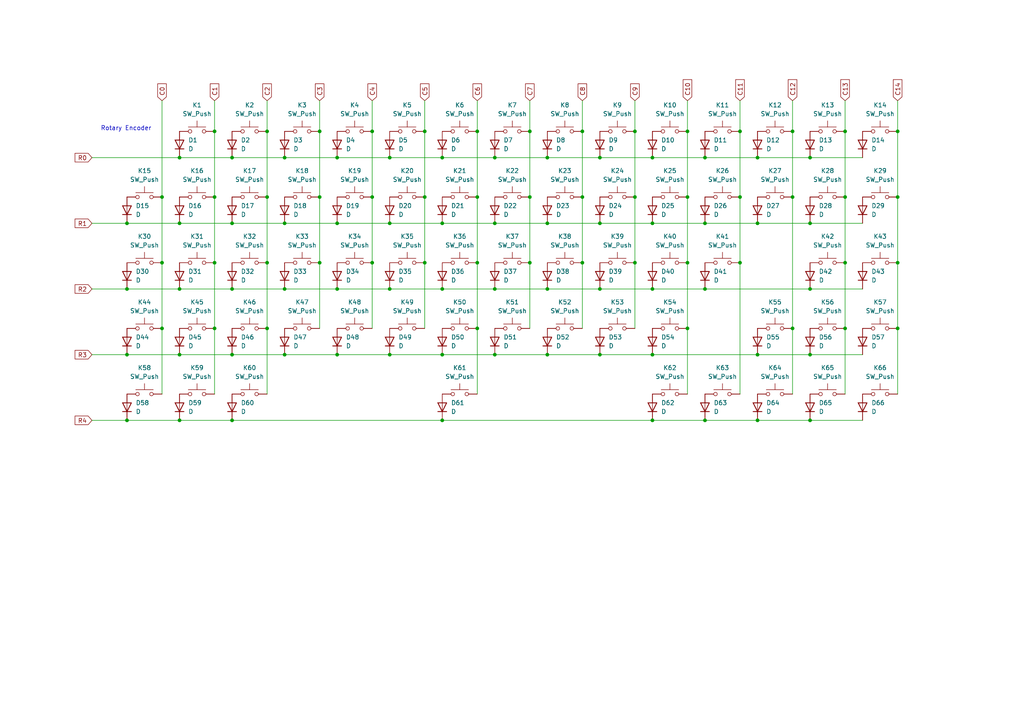
<source format=kicad_sch>
(kicad_sch (version 20231120) (generator "eeschema") (generator_version "8.0")
  (paper "A4")
  (lib_symbols
    (symbol "Device:D" (pin_numbers hide) (pin_names (offset 1.016) hide)
      (property "Reference" "D" (at 0 2.54 0))
      (property "Value" "D" (at 0 -2.54 0))
      (symbol "D_0_1"
        (polyline (pts (xy -1.27 1.27) (xy -1.27 -1.27)) (stroke (width 0.254)))
        (polyline (pts (xy 1.27 0) (xy -1.27 0)))
        (polyline (pts (xy 1.27 1.27) (xy 1.27 -1.27) (xy -1.27 0) (xy 1.27 1.27)) (stroke (width 0.254)))
      )
      (symbol "D_1_1"
        (pin passive line (at -3.81 0 0) (length 2.54) (name "K") (number "1"))
        (pin passive line (at 3.81 0 180) (length 2.54) (name "A") (number "2"))
      )
    )
    (symbol "Switch:SW_Push" (pin_numbers hide) (pin_names (offset 1.016) hide)
      (property "Reference" "SW" (at 1.27 2.54 0))
      (property "Value" "SW_Push" (at 0 -1.524 0))
      (symbol "SW_Push_0_1"
        (circle (center -2.032 0) (radius 0.508))
        (polyline (pts (xy 0 1.27) (xy 0 3.048)))
        (polyline (pts (xy 2.54 1.27) (xy -2.54 1.27)))
        (circle (center 2.032 0) (radius 0.508))
        (pin passive line (at -5.08 0 0) (length 2.54) (name "1") (number "1"))
        (pin passive line (at 5.08 0 180) (length 2.54) (name "2") (number "2"))
      )
    )
  )
  (junction (at 234.95 102.87))
  (junction (at 245.11 76.2))
  (junction (at 219.71 121.92))
  (junction (at 107.95 38.1))
  (junction (at 143.51 45.72))
  (junction (at 260.35 38.1))
  (junction (at 123.19 38.1))
  (junction (at 214.63 38.1))
  (junction (at 245.11 38.1))
  (junction (at 82.55 102.87))
  (junction (at 260.35 76.2))
  (junction (at 204.47 83.82))
  (junction (at 158.75 83.82))
  (junction (at 123.19 76.2))
  (junction (at 168.91 38.1))
  (junction (at 128.27 83.82))
  (junction (at 36.83 64.77))
  (junction (at 143.51 102.87))
  (junction (at 82.55 64.77))
  (junction (at 234.95 83.82))
  (junction (at 173.99 45.72))
  (junction (at 77.47 57.15))
  (junction (at 189.23 83.82))
  (junction (at 199.39 95.25))
  (junction (at 229.87 95.25))
  (junction (at 138.43 95.25))
  (junction (at 245.11 95.25))
  (junction (at 62.23 57.15))
  (junction (at 153.67 57.15))
  (junction (at 184.15 57.15))
  (junction (at 189.23 102.87))
  (junction (at 46.99 57.15))
  (junction (at 234.95 45.72))
  (junction (at 36.83 102.87))
  (junction (at 184.15 38.1))
  (junction (at 260.35 57.15))
  (junction (at 138.43 57.15))
  (junction (at 158.75 102.87))
  (junction (at 234.95 121.92))
  (junction (at 234.95 64.77))
  (junction (at 97.79 45.72))
  (junction (at 143.51 83.82))
  (junction (at 92.71 76.2))
  (junction (at 143.51 64.77))
  (junction (at 62.23 38.1))
  (junction (at 204.47 64.77))
  (junction (at 128.27 102.87))
  (junction (at 97.79 64.77))
  (junction (at 113.03 45.72))
  (junction (at 128.27 45.72))
  (junction (at 158.75 45.72))
  (junction (at 67.31 102.87))
  (junction (at 168.91 57.15))
  (junction (at 128.27 64.77))
  (junction (at 77.47 38.1))
  (junction (at 219.71 45.72))
  (junction (at 62.23 76.2))
  (junction (at 173.99 83.82))
  (junction (at 199.39 57.15))
  (junction (at 173.99 64.77))
  (junction (at 229.87 38.1))
  (junction (at 52.07 102.87))
  (junction (at 77.47 76.2))
  (junction (at 123.19 57.15))
  (junction (at 260.35 95.25))
  (junction (at 67.31 83.82))
  (junction (at 52.07 45.72))
  (junction (at 62.23 95.25))
  (junction (at 219.71 102.87))
  (junction (at 92.71 38.1))
  (junction (at 153.67 76.2))
  (junction (at 173.99 102.87))
  (junction (at 113.03 102.87))
  (junction (at 168.91 76.2))
  (junction (at 214.63 76.2))
  (junction (at 82.55 45.72))
  (junction (at 138.43 38.1))
  (junction (at 138.43 76.2))
  (junction (at 107.95 57.15))
  (junction (at 184.15 76.2))
  (junction (at 67.31 121.92))
  (junction (at 113.03 83.82))
  (junction (at 199.39 76.2))
  (junction (at 113.03 64.77))
  (junction (at 189.23 64.77))
  (junction (at 52.07 83.82))
  (junction (at 158.75 64.77))
  (junction (at 229.87 57.15))
  (junction (at 67.31 45.72))
  (junction (at 189.23 45.72))
  (junction (at 36.83 121.92))
  (junction (at 107.95 76.2))
  (junction (at 52.07 64.77))
  (junction (at 77.47 95.25))
  (junction (at 46.99 76.2))
  (junction (at 52.07 121.92))
  (junction (at 189.23 121.92))
  (junction (at 67.31 64.77))
  (junction (at 199.39 38.1))
  (junction (at 97.79 83.82))
  (junction (at 82.55 83.82))
  (junction (at 97.79 102.87))
  (junction (at 46.99 95.25))
  (junction (at 204.47 121.92))
  (junction (at 245.11 57.15))
  (junction (at 214.63 57.15))
  (junction (at 204.47 45.72))
  (junction (at 36.83 83.82))
  (junction (at 153.67 38.1))
  (junction (at 219.71 64.77))
  (junction (at 128.27 121.92))
  (junction (at 92.71 57.15))
  (wire (pts (xy 234.95 121.92) (xy 250.19 121.92)))
  (wire (pts (xy 36.83 121.92) (xy 52.07 121.92)))
  (wire (pts (xy 128.27 83.82) (xy 143.51 83.82)))
  (wire (pts (xy 143.51 45.72) (xy 158.75 45.72)))
  (wire (pts (xy 26.67 83.82) (xy 36.83 83.82)))
  (wire (pts (xy 107.95 29.21) (xy 107.95 38.1)))
  (wire (pts (xy 173.99 83.82) (xy 189.23 83.82)))
  (wire (pts (xy 138.43 76.2) (xy 138.43 95.25)))
  (wire (pts (xy 107.95 38.1) (xy 107.95 57.15)))
  (wire (pts (xy 219.71 102.87) (xy 234.95 102.87)))
  (wire (pts (xy 189.23 121.92) (xy 204.47 121.92)))
  (wire (pts (xy 62.23 57.15) (xy 62.23 76.2)))
  (wire (pts (xy 138.43 57.15) (xy 138.43 76.2)))
  (wire (pts (xy 52.07 64.77) (xy 67.31 64.77)))
  (wire (pts (xy 123.19 76.2) (xy 123.19 95.25)))
  (wire (pts (xy 158.75 45.72) (xy 173.99 45.72)))
  (wire (pts (xy 113.03 45.72) (xy 128.27 45.72)))
  (wire (pts (xy 52.07 121.92) (xy 67.31 121.92)))
  (wire (pts (xy 234.95 102.87) (xy 250.19 102.87)))
  (wire (pts (xy 234.95 45.72) (xy 250.19 45.72)))
  (wire (pts (xy 219.71 64.77) (xy 234.95 64.77)))
  (wire (pts (xy 199.39 95.25) (xy 199.39 114.3)))
  (wire (pts (xy 158.75 83.82) (xy 173.99 83.82)))
  (wire (pts (xy 229.87 95.25) (xy 229.87 114.3)))
  (wire (pts (xy 82.55 45.72) (xy 97.79 45.72)))
  (wire (pts (xy 138.43 95.25) (xy 138.43 114.3)))
  (wire (pts (xy 168.91 57.15) (xy 168.91 76.2)))
  (wire (pts (xy 199.39 29.21) (xy 199.39 38.1)))
  (wire (pts (xy 36.83 102.87) (xy 52.07 102.87)))
  (wire (pts (xy 260.35 95.25) (xy 260.35 114.3)))
  (wire (pts (xy 158.75 102.87) (xy 173.99 102.87)))
  (wire (pts (xy 153.67 38.1) (xy 153.67 57.15)))
  (wire (pts (xy 97.79 64.77) (xy 113.03 64.77)))
  (wire (pts (xy 138.43 38.1) (xy 138.43 57.15)))
  (wire (pts (xy 204.47 83.82) (xy 234.95 83.82)))
  (wire (pts (xy 260.35 57.15) (xy 260.35 76.2)))
  (wire (pts (xy 173.99 102.87) (xy 189.23 102.87)))
  (wire (pts (xy 123.19 38.1) (xy 123.19 57.15)))
  (wire (pts (xy 107.95 76.2) (xy 107.95 95.25)))
  (wire (pts (xy 189.23 64.77) (xy 204.47 64.77)))
  (wire (pts (xy 153.67 76.2) (xy 153.67 95.25)))
  (wire (pts (xy 26.67 45.72) (xy 52.07 45.72)))
  (wire (pts (xy 52.07 45.72) (xy 67.31 45.72)))
  (wire (pts (xy 153.67 29.21) (xy 153.67 38.1)))
  (wire (pts (xy 219.71 121.92) (xy 234.95 121.92)))
  (wire (pts (xy 26.67 64.77) (xy 36.83 64.77)))
  (wire (pts (xy 77.47 95.25) (xy 77.47 114.3)))
  (wire (pts (xy 77.47 57.15) (xy 77.47 76.2)))
  (wire (pts (xy 189.23 83.82) (xy 204.47 83.82)))
  (wire (pts (xy 82.55 64.77) (xy 97.79 64.77)))
  (wire (pts (xy 184.15 57.15) (xy 184.15 76.2)))
  (wire (pts (xy 113.03 102.87) (xy 128.27 102.87)))
  (wire (pts (xy 143.51 83.82) (xy 158.75 83.82)))
  (wire (pts (xy 62.23 38.1) (xy 62.23 57.15)))
  (wire (pts (xy 77.47 38.1) (xy 77.47 57.15)))
  (wire (pts (xy 234.95 83.82) (xy 250.19 83.82)))
  (wire (pts (xy 123.19 29.21) (xy 123.19 38.1)))
  (wire (pts (xy 199.39 38.1) (xy 199.39 57.15)))
  (wire (pts (xy 260.35 76.2) (xy 260.35 95.25)))
  (wire (pts (xy 173.99 64.77) (xy 189.23 64.77)))
  (wire (pts (xy 77.47 76.2) (xy 77.47 95.25)))
  (wire (pts (xy 229.87 38.1) (xy 229.87 57.15)))
  (wire (pts (xy 26.67 121.92) (xy 36.83 121.92)))
  (wire (pts (xy 77.47 29.21) (xy 77.47 38.1)))
  (wire (pts (xy 82.55 83.82) (xy 97.79 83.82)))
  (wire (pts (xy 260.35 38.1) (xy 260.35 57.15)))
  (wire (pts (xy 92.71 57.15) (xy 92.71 76.2)))
  (wire (pts (xy 67.31 102.87) (xy 82.55 102.87)))
  (wire (pts (xy 36.83 64.77) (xy 52.07 64.77)))
  (wire (pts (xy 62.23 29.21) (xy 62.23 38.1)))
  (wire (pts (xy 245.11 29.21) (xy 245.11 38.1)))
  (wire (pts (xy 189.23 102.87) (xy 219.71 102.87)))
  (wire (pts (xy 245.11 57.15) (xy 245.11 76.2)))
  (wire (pts (xy 128.27 45.72) (xy 143.51 45.72)))
  (wire (pts (xy 62.23 95.25) (xy 62.23 114.3)))
  (wire (pts (xy 92.71 38.1) (xy 92.71 57.15)))
  (wire (pts (xy 92.71 76.2) (xy 92.71 95.25)))
  (wire (pts (xy 113.03 64.77) (xy 128.27 64.77)))
  (wire (pts (xy 46.99 57.15) (xy 46.99 76.2)))
  (wire (pts (xy 128.27 102.87) (xy 143.51 102.87)))
  (wire (pts (xy 158.75 64.77) (xy 173.99 64.77)))
  (wire (pts (xy 36.83 83.82) (xy 52.07 83.82)))
  (wire (pts (xy 46.99 95.25) (xy 46.99 114.3)))
  (wire (pts (xy 214.63 29.21) (xy 214.63 38.1)))
  (wire (pts (xy 219.71 45.72) (xy 234.95 45.72)))
  (wire (pts (xy 82.55 102.87) (xy 97.79 102.87)))
  (wire (pts (xy 26.67 102.87) (xy 36.83 102.87)))
  (wire (pts (xy 168.91 38.1) (xy 168.91 57.15)))
  (wire (pts (xy 245.11 76.2) (xy 245.11 95.25)))
  (wire (pts (xy 46.99 29.21) (xy 46.99 57.15)))
  (wire (pts (xy 128.27 64.77) (xy 143.51 64.77)))
  (wire (pts (xy 52.07 102.87) (xy 67.31 102.87)))
  (wire (pts (xy 204.47 45.72) (xy 219.71 45.72)))
  (wire (pts (xy 67.31 45.72) (xy 82.55 45.72)))
  (wire (pts (xy 229.87 57.15) (xy 229.87 95.25)))
  (wire (pts (xy 143.51 64.77) (xy 158.75 64.77)))
  (wire (pts (xy 113.03 83.82) (xy 128.27 83.82)))
  (wire (pts (xy 107.95 57.15) (xy 107.95 76.2)))
  (wire (pts (xy 234.95 64.77) (xy 250.19 64.77)))
  (wire (pts (xy 143.51 102.87) (xy 158.75 102.87)))
  (wire (pts (xy 204.47 121.92) (xy 219.71 121.92)))
  (wire (pts (xy 46.99 76.2) (xy 46.99 95.25)))
  (wire (pts (xy 97.79 102.87) (xy 113.03 102.87)))
  (wire (pts (xy 199.39 57.15) (xy 199.39 76.2)))
  (wire (pts (xy 184.15 29.21) (xy 184.15 38.1)))
  (wire (pts (xy 52.07 83.82) (xy 67.31 83.82)))
  (wire (pts (xy 214.63 76.2) (xy 214.63 114.3)))
  (wire (pts (xy 153.67 57.15) (xy 153.67 76.2)))
  (wire (pts (xy 214.63 38.1) (xy 214.63 57.15)))
  (wire (pts (xy 168.91 29.21) (xy 168.91 38.1)))
  (wire (pts (xy 229.87 29.21) (xy 229.87 38.1)))
  (wire (pts (xy 128.27 121.92) (xy 189.23 121.92)))
  (wire (pts (xy 199.39 76.2) (xy 199.39 95.25)))
  (wire (pts (xy 67.31 83.82) (xy 82.55 83.82)))
  (wire (pts (xy 245.11 95.25) (xy 245.11 114.3)))
  (wire (pts (xy 92.71 29.21) (xy 92.71 38.1)))
  (wire (pts (xy 67.31 121.92) (xy 128.27 121.92)))
  (wire (pts (xy 245.11 38.1) (xy 245.11 57.15)))
  (wire (pts (xy 189.23 45.72) (xy 204.47 45.72)))
  (wire (pts (xy 138.43 29.21) (xy 138.43 38.1)))
  (wire (pts (xy 260.35 29.21) (xy 260.35 38.1)))
  (wire (pts (xy 204.47 64.77) (xy 219.71 64.77)))
  (wire (pts (xy 184.15 76.2) (xy 184.15 95.25)))
  (wire (pts (xy 214.63 57.15) (xy 214.63 76.2)))
  (wire (pts (xy 173.99 45.72) (xy 189.23 45.72)))
  (wire (pts (xy 168.91 76.2) (xy 168.91 95.25)))
  (wire (pts (xy 97.79 83.82) (xy 113.03 83.82)))
  (wire (pts (xy 62.23 76.2) (xy 62.23 95.25)))
  (wire (pts (xy 97.79 45.72) (xy 113.03 45.72)))
  (wire (pts (xy 67.31 64.77) (xy 82.55 64.77)))
  (wire (pts (xy 184.15 38.1) (xy 184.15 57.15)))
  (wire (pts (xy 123.19 57.15) (xy 123.19 76.2)))
  (text "Rotary Encoder" (exclude_from_sim yes) (at 36.576 37.338 0) (effects (font (size 1.27 1.27))))
  (global_label "C6" (shape input) (at 138.43 29.21 90) (property "Intersheetrefs" "${INTERSHEET_REFS}" (effects (hide yes))))
  (global_label "R0" (shape input) (at 26.67 45.72 180) (property "Intersheetrefs" "${INTERSHEET_REFS}" (effects (hide yes))))
  (global_label "C14" (shape input) (at 260.35 29.21 90) (property "Intersheetrefs" "${INTERSHEET_REFS}" (effects (hide yes))))
  (global_label "R4" (shape input) (at 26.67 121.92 180) (property "Intersheetrefs" "${INTERSHEET_REFS}" (effects (hide yes))))
  (global_label "C0" (shape input) (at 46.99 29.21 90) (property "Intersheetrefs" "${INTERSHEET_REFS}" (effects (hide yes))))
  (global_label "C4" (shape input) (at 107.95 29.21 90) (property "Intersheetrefs" "${INTERSHEET_REFS}" (effects (hide yes))))
  (global_label "C1" (shape input) (at 62.23 29.21 90) (property "Intersheetrefs" "${INTERSHEET_REFS}" (effects (hide yes))))
  (global_label "C2" (shape input) (at 77.47 29.21 90) (property "Intersheetrefs" "${INTERSHEET_REFS}" (effects (hide yes))))
  (global_label "C9" (shape input) (at 184.15 29.21 90) (property "Intersheetrefs" "${INTERSHEET_REFS}" (effects (hide yes))))
  (global_label "C3" (shape input) (at 92.71 29.21 90) (property "Intersheetrefs" "${INTERSHEET_REFS}" (effects (hide yes))))
  (global_label "C13" (shape input) (at 245.11 29.21 90) (property "Intersheetrefs" "${INTERSHEET_REFS}" (effects (hide yes))))
  (global_label "C10" (shape input) (at 199.39 29.21 90) (property "Intersheetrefs" "${INTERSHEET_REFS}" (effects (hide yes))))
  (global_label "C8" (shape input) (at 168.91 29.21 90) (property "Intersheetrefs" "${INTERSHEET_REFS}" (effects (hide yes))))
  (global_label "C12" (shape input) (at 229.87 29.21 90) (property "Intersheetrefs" "${INTERSHEET_REFS}" (effects (hide yes))))
  (global_label "C11" (shape input) (at 214.63 29.21 90) (property "Intersheetrefs" "${INTERSHEET_REFS}" (effects (hide yes))))
  (global_label "C5" (shape input) (at 123.19 29.21 90) (property "Intersheetrefs" "${INTERSHEET_REFS}" (effects (hide yes))))
  (global_label "R2" (shape input) (at 26.67 83.82 180) (property "Intersheetrefs" "${INTERSHEET_REFS}" (effects (hide yes))))
  (global_label "C7" (shape input) (at 153.67 29.21 90) (property "Intersheetrefs" "${INTERSHEET_REFS}" (effects (hide yes))))
  (global_label "R3" (shape input) (at 26.67 102.87 180) (property "Intersheetrefs" "${INTERSHEET_REFS}" (effects (hide yes))))
  (global_label "R1" (shape input) (at 26.67 64.77 180) (property "Intersheetrefs" "${INTERSHEET_REFS}" (effects (hide yes))))
  (symbol (lib_id "Switch:SW_Push") (at 148.59 38.1 0) (unit 1)
    (property "Reference" "K7" (at 148.59 30.48 0))
    (property "Value" "SW_Push" (at 148.59 33.02 0))
    (property "Description" "Push button switch, generic, two pins" (effects (hide yes)))
  )
  (symbol (lib_id "Device:D") (at 36.83 60.96 90) (unit 1)
    (property "Reference" "D15" (at 39.37 59.6899 90) (effects (justify right)))
    (property "Value" "D" (at 39.37 62.2299 90) (effects (justify right)))
    (property "Description" "Diode" (effects (hide yes)))
    (property "Sim.Device" "D" (effects (hide yes)))
    (property "Sim.Pins" "1=K 2=A" (effects (hide yes)))
  )
  (symbol (lib_id "Device:D") (at 113.03 60.96 90) (unit 1)
    (property "Reference" "D20" (at 115.57 59.6899 90) (effects (justify right)))
    (property "Value" "D" (at 115.57 62.2299 90) (effects (justify right)))
    (property "Description" "Diode" (effects (hide yes)))
    (property "Sim.Device" "D" (effects (hide yes)))
    (property "Sim.Pins" "1=K 2=A" (effects (hide yes)))
  )
  (symbol (lib_id "Switch:SW_Push") (at 240.03 95.25 0) (unit 1)
    (property "Reference" "K56" (at 240.03 87.63 0))
    (property "Value" "SW_Push" (at 240.03 90.17 0))
    (property "Description" "Push button switch, generic, two pins" (effects (hide yes)))
  )
  (symbol (lib_id "Switch:SW_Push") (at 41.91 57.15 0) (unit 1)
    (property "Reference" "K15" (at 41.91 49.53 0))
    (property "Value" "SW_Push" (at 41.91 52.07 0))
    (property "Description" "Push button switch, generic, two pins" (effects (hide yes)))
  )
  (symbol (lib_id "Switch:SW_Push") (at 57.15 57.15 0) (unit 1)
    (property "Reference" "K16" (at 57.15 49.53 0))
    (property "Value" "SW_Push" (at 57.15 52.07 0))
    (property "Description" "Push button switch, generic, two pins" (effects (hide yes)))
  )
  (symbol (lib_id "Switch:SW_Push") (at 224.79 114.3 0) (unit 1)
    (property "Reference" "K64" (at 224.79 106.68 0))
    (property "Value" "SW_Push" (at 224.79 109.22 0))
    (property "Description" "Push button switch, generic, two pins" (effects (hide yes)))
  )
  (symbol (lib_id "Switch:SW_Push") (at 148.59 76.2 0) (unit 1)
    (property "Reference" "K37" (at 148.59 68.58 0))
    (property "Value" "SW_Push" (at 148.59 71.12 0))
    (property "Description" "Push button switch, generic, two pins" (effects (hide yes)))
  )
  (symbol (lib_id "Switch:SW_Push") (at 163.83 57.15 0) (unit 1)
    (property "Reference" "K23" (at 163.83 49.53 0))
    (property "Value" "SW_Push" (at 163.83 52.07 0))
    (property "Description" "Push button switch, generic, two pins" (effects (hide yes)))
  )
  (symbol (lib_id "Switch:SW_Push") (at 255.27 38.1 0) (unit 1)
    (property "Reference" "K14" (at 255.27 30.48 0))
    (property "Value" "SW_Push" (at 255.27 33.02 0))
    (property "Description" "Push button switch, generic, two pins" (effects (hide yes)))
  )
  (symbol (lib_id "Switch:SW_Push") (at 72.39 95.25 0) (unit 1)
    (property "Reference" "K46" (at 72.39 87.63 0))
    (property "Value" "SW_Push" (at 72.39 90.17 0))
    (property "Description" "Push button switch, generic, two pins" (effects (hide yes)))
  )
  (symbol (lib_id "Device:D") (at 234.95 60.96 90) (unit 1)
    (property "Reference" "D28" (at 237.49 59.6899 90) (effects (justify right)))
    (property "Value" "D" (at 237.49 62.2299 90) (effects (justify right)))
    (property "Description" "Diode" (effects (hide yes)))
    (property "Sim.Device" "D" (effects (hide yes)))
    (property "Sim.Pins" "1=K 2=A" (effects (hide yes)))
  )
  (symbol (lib_id "Switch:SW_Push") (at 118.11 76.2 0) (unit 1)
    (property "Reference" "K35" (at 118.11 68.58 0))
    (property "Value" "SW_Push" (at 118.11 71.12 0))
    (property "Description" "Push button switch, generic, two pins" (effects (hide yes)))
  )
  (symbol (lib_id "Device:D") (at 113.03 80.01 90) (unit 1)
    (property "Reference" "D35" (at 115.57 78.7399 90) (effects (justify right)))
    (property "Value" "D" (at 115.57 81.2799 90) (effects (justify right)))
    (property "Description" "Diode" (effects (hide yes)))
    (property "Sim.Device" "D" (effects (hide yes)))
    (property "Sim.Pins" "1=K 2=A" (effects (hide yes)))
  )
  (symbol (lib_id "Switch:SW_Push") (at 179.07 95.25 0) (unit 1)
    (property "Reference" "K53" (at 179.07 87.63 0))
    (property "Value" "SW_Push" (at 179.07 90.17 0))
    (property "Description" "Push button switch, generic, two pins" (effects (hide yes)))
  )
  (symbol (lib_id "Device:D") (at 204.47 60.96 90) (unit 1)
    (property "Reference" "D26" (at 207.01 59.6899 90) (effects (justify right)))
    (property "Value" "D" (at 207.01 62.2299 90) (effects (justify right)))
    (property "Description" "Diode" (effects (hide yes)))
    (property "Sim.Device" "D" (effects (hide yes)))
    (property "Sim.Pins" "1=K 2=A" (effects (hide yes)))
  )
  (symbol (lib_id "Device:D") (at 97.79 60.96 90) (unit 1)
    (property "Reference" "D19" (at 100.33 59.6899 90) (effects (justify right)))
    (property "Value" "D" (at 100.33 62.2299 90) (effects (justify right)))
    (property "Description" "Diode" (effects (hide yes)))
    (property "Sim.Device" "D" (effects (hide yes)))
    (property "Sim.Pins" "1=K 2=A" (effects (hide yes)))
  )
  (symbol (lib_id "Device:D") (at 36.83 80.01 90) (unit 1)
    (property "Reference" "D30" (at 39.37 78.7399 90) (effects (justify right)))
    (property "Value" "D" (at 39.37 81.2799 90) (effects (justify right)))
    (property "Description" "Diode" (effects (hide yes)))
    (property "Sim.Device" "D" (effects (hide yes)))
    (property "Sim.Pins" "1=K 2=A" (effects (hide yes)))
  )
  (symbol (lib_id "Switch:SW_Push") (at 194.31 114.3 0) (unit 1)
    (property "Reference" "K62" (at 194.31 106.68 0))
    (property "Value" "SW_Push" (at 194.31 109.22 0))
    (property "Description" "Push button switch, generic, two pins" (effects (hide yes)))
  )
  (symbol (lib_id "Device:D") (at 67.31 99.06 90) (unit 1)
    (property "Reference" "D46" (at 69.85 97.7899 90) (effects (justify right)))
    (property "Value" "D" (at 69.85 100.3299 90) (effects (justify right)))
    (property "Description" "Diode" (effects (hide yes)))
    (property "Sim.Device" "D" (effects (hide yes)))
    (property "Sim.Pins" "1=K 2=A" (effects (hide yes)))
  )
  (symbol (lib_id "Device:D") (at 250.19 60.96 90) (unit 1)
    (property "Reference" "D29" (at 252.73 59.6899 90) (effects (justify right)))
    (property "Value" "D" (at 252.73 62.2299 90) (effects (justify right)))
    (property "Description" "Diode" (effects (hide yes)))
    (property "Sim.Device" "D" (effects (hide yes)))
    (property "Sim.Pins" "1=K 2=A" (effects (hide yes)))
  )
  (symbol (lib_id "Device:D") (at 97.79 41.91 90) (unit 1)
    (property "Reference" "D4" (at 100.33 40.6399 90) (effects (justify right)))
    (property "Value" "D" (at 100.33 43.1799 90) (effects (justify right)))
    (property "Description" "Diode" (effects (hide yes)))
    (property "Sim.Device" "D" (effects (hide yes)))
    (property "Sim.Pins" "1=K 2=A" (effects (hide yes)))
  )
  (symbol (lib_id "Switch:SW_Push") (at 194.31 57.15 0) (unit 1)
    (property "Reference" "K25" (at 194.31 49.53 0))
    (property "Value" "SW_Push" (at 194.31 52.07 0))
    (property "Description" "Push button switch, generic, two pins" (effects (hide yes)))
  )
  (symbol (lib_id "Switch:SW_Push") (at 224.79 95.25 0) (unit 1)
    (property "Reference" "K55" (at 224.79 87.63 0))
    (property "Value" "SW_Push" (at 224.79 90.17 0))
    (property "Description" "Push button switch, generic, two pins" (effects (hide yes)))
  )
  (symbol (lib_id "Device:D") (at 82.55 60.96 90) (unit 1)
    (property "Reference" "D18" (at 85.09 59.6899 90) (effects (justify right)))
    (property "Value" "D" (at 85.09 62.2299 90) (effects (justify right)))
    (property "Description" "Diode" (effects (hide yes)))
    (property "Sim.Device" "D" (effects (hide yes)))
    (property "Sim.Pins" "1=K 2=A" (effects (hide yes)))
  )
  (symbol (lib_id "Switch:SW_Push") (at 240.03 57.15 0) (unit 1)
    (property "Reference" "K28" (at 240.03 49.53 0))
    (property "Value" "SW_Push" (at 240.03 52.07 0))
    (property "Description" "Push button switch, generic, two pins" (effects (hide yes)))
  )
  (symbol (lib_id "Device:D") (at 204.47 41.91 90) (unit 1)
    (property "Reference" "D11" (at 207.01 40.6399 90) (effects (justify right)))
    (property "Value" "D" (at 207.01 43.1799 90) (effects (justify right)))
    (property "Description" "Diode" (effects (hide yes)))
    (property "Sim.Device" "D" (effects (hide yes)))
    (property "Sim.Pins" "1=K 2=A" (effects (hide yes)))
  )
  (symbol (lib_id "Switch:SW_Push") (at 255.27 114.3 0) (unit 1)
    (property "Reference" "K66" (at 255.27 106.68 0))
    (property "Value" "SW_Push" (at 255.27 109.22 0))
    (property "Description" "Push button switch, generic, two pins" (effects (hide yes)))
  )
  (symbol (lib_id "Device:D") (at 82.55 80.01 90) (unit 1)
    (property "Reference" "D33" (at 85.09 78.7399 90) (effects (justify right)))
    (property "Value" "D" (at 85.09 81.2799 90) (effects (justify right)))
    (property "Description" "Diode" (effects (hide yes)))
    (property "Sim.Device" "D" (effects (hide yes)))
    (property "Sim.Pins" "1=K 2=A" (effects (hide yes)))
  )
  (symbol (lib_id "Device:D") (at 52.07 60.96 90) (unit 1)
    (property "Reference" "D16" (at 54.61 59.6899 90) (effects (justify right)))
    (property "Value" "D" (at 54.61 62.2299 90) (effects (justify right)))
    (property "Description" "Diode" (effects (hide yes)))
    (property "Sim.Device" "D" (effects (hide yes)))
    (property "Sim.Pins" "1=K 2=A" (effects (hide yes)))
  )
  (symbol (lib_id "Switch:SW_Push") (at 209.55 38.1 0) (unit 1)
    (property "Reference" "K11" (at 209.55 30.48 0))
    (property "Value" "SW_Push" (at 209.55 33.02 0))
    (property "Description" "Push button switch, generic, two pins" (effects (hide yes)))
  )
  (symbol (lib_id "Switch:SW_Push") (at 240.03 38.1 0) (unit 1)
    (property "Reference" "K13" (at 240.03 30.48 0))
    (property "Value" "SW_Push" (at 240.03 33.02 0))
    (property "Description" "Push button switch, generic, two pins" (effects (hide yes)))
  )
  (symbol (lib_id "Device:D") (at 143.51 60.96 90) (unit 1)
    (property "Reference" "D22" (at 146.05 59.6899 90) (effects (justify right)))
    (property "Value" "D" (at 146.05 62.2299 90) (effects (justify right)))
    (property "Description" "Diode" (effects (hide yes)))
    (property "Sim.Device" "D" (effects (hide yes)))
    (property "Sim.Pins" "1=K 2=A" (effects (hide yes)))
  )
  (symbol (lib_id "Device:D") (at 234.95 41.91 90) (unit 1)
    (property "Reference" "D13" (at 237.49 40.6399 90) (effects (justify right)))
    (property "Value" "D" (at 237.49 43.1799 90) (effects (justify right)))
    (property "Description" "Diode" (effects (hide yes)))
    (property "Sim.Device" "D" (effects (hide yes)))
    (property "Sim.Pins" "1=K 2=A" (effects (hide yes)))
  )
  (symbol (lib_id "Switch:SW_Push") (at 118.11 57.15 0) (unit 1)
    (property "Reference" "K20" (at 118.11 49.53 0))
    (property "Value" "SW_Push" (at 118.11 52.07 0))
    (property "Description" "Push button switch, generic, two pins" (effects (hide yes)))
  )
  (symbol (lib_id "Switch:SW_Push") (at 179.07 38.1 0) (unit 1)
    (property "Reference" "K9" (at 179.07 30.48 0))
    (property "Value" "SW_Push" (at 179.07 33.02 0))
    (property "Description" "Push button switch, generic, two pins" (effects (hide yes)))
  )
  (symbol (lib_id "Switch:SW_Push") (at 255.27 76.2 0) (unit 1)
    (property "Reference" "K43" (at 255.27 68.58 0))
    (property "Value" "SW_Push" (at 255.27 71.12 0))
    (property "Description" "Push button switch, generic, two pins" (effects (hide yes)))
  )
  (symbol (lib_id "Switch:SW_Push") (at 163.83 95.25 0) (unit 1)
    (property "Reference" "K52" (at 163.83 87.63 0))
    (property "Value" "SW_Push" (at 163.83 90.17 0))
    (property "Description" "Push button switch, generic, two pins" (effects (hide yes)))
  )
  (symbol (lib_id "Switch:SW_Push") (at 118.11 95.25 0) (unit 1)
    (property "Reference" "K49" (at 118.11 87.63 0))
    (property "Value" "SW_Push" (at 118.11 90.17 0))
    (property "Description" "Push button switch, generic, two pins" (effects (hide yes)))
  )
  (symbol (lib_id "Device:D") (at 67.31 118.11 90) (unit 1)
    (property "Reference" "D60" (at 69.85 116.8399 90) (effects (justify right)))
    (property "Value" "D" (at 69.85 119.3799 90) (effects (justify right)))
    (property "Description" "Diode" (effects (hide yes)))
    (property "Sim.Device" "D" (effects (hide yes)))
    (property "Sim.Pins" "1=K 2=A" (effects (hide yes)))
  )
  (symbol (lib_id "Device:D") (at 67.31 60.96 90) (unit 1)
    (property "Reference" "D17" (at 69.85 59.6899 90) (effects (justify right)))
    (property "Value" "D" (at 69.85 62.2299 90) (effects (justify right)))
    (property "Description" "Diode" (effects (hide yes)))
    (property "Sim.Device" "D" (effects (hide yes)))
    (property "Sim.Pins" "1=K 2=A" (effects (hide yes)))
  )
  (symbol (lib_id "Switch:SW_Push") (at 240.03 76.2 0) (unit 1)
    (property "Reference" "K42" (at 240.03 68.58 0))
    (property "Value" "SW_Push" (at 240.03 71.12 0))
    (property "Description" "Push button switch, generic, two pins" (effects (hide yes)))
  )
  (symbol (lib_id "Device:D") (at 204.47 80.01 90) (unit 1)
    (property "Reference" "D41" (at 207.01 78.7399 90) (effects (justify right)))
    (property "Value" "D" (at 207.01 81.2799 90) (effects (justify right)))
    (property "Description" "Diode" (effects (hide yes)))
    (property "Sim.Device" "D" (effects (hide yes)))
    (property "Sim.Pins" "1=K 2=A" (effects (hide yes)))
  )
  (symbol (lib_id "Switch:SW_Push") (at 148.59 57.15 0) (unit 1)
    (property "Reference" "K22" (at 148.59 49.53 0))
    (property "Value" "SW_Push" (at 148.59 52.07 0))
    (property "Description" "Push button switch, generic, two pins" (effects (hide yes)))
  )
  (symbol (lib_id "Switch:SW_Push") (at 57.15 95.25 0) (unit 1)
    (property "Reference" "K45" (at 57.15 87.63 0))
    (property "Value" "SW_Push" (at 57.15 90.17 0))
    (property "Description" "Push button switch, generic, two pins" (effects (hide yes)))
  )
  (symbol (lib_id "Device:D") (at 97.79 80.01 90) (unit 1)
    (property "Reference" "D34" (at 100.33 78.7399 90) (effects (justify right)))
    (property "Value" "D" (at 100.33 81.2799 90) (effects (justify right)))
    (property "Description" "Diode" (effects (hide yes)))
    (property "Sim.Device" "D" (effects (hide yes)))
    (property "Sim.Pins" "1=K 2=A" (effects (hide yes)))
  )
  (symbol (lib_id "Device:D") (at 189.23 118.11 90) (unit 1)
    (property "Reference" "D62" (at 191.77 116.8399 90) (effects (justify right)))
    (property "Value" "D" (at 191.77 119.3799 90) (effects (justify right)))
    (property "Description" "Diode" (effects (hide yes)))
    (property "Sim.Device" "D" (effects (hide yes)))
    (property "Sim.Pins" "1=K 2=A" (effects (hide yes)))
  )
  (symbol (lib_id "Device:D") (at 143.51 99.06 90) (unit 1)
    (property "Reference" "D51" (at 146.05 97.7899 90) (effects (justify right)))
    (property "Value" "D" (at 146.05 100.3299 90) (effects (justify right)))
    (property "Description" "Diode" (effects (hide yes)))
    (property "Sim.Device" "D" (effects (hide yes)))
    (property "Sim.Pins" "1=K 2=A" (effects (hide yes)))
  )
  (symbol (lib_id "Switch:SW_Push") (at 57.15 38.1 0) (unit 1)
    (property "Reference" "K1" (at 57.15 30.48 0))
    (property "Value" "SW_Push" (at 57.15 33.02 0))
    (property "Description" "Push button switch, generic, two pins" (effects (hide yes)))
  )
  (symbol (lib_id "Device:D") (at 158.75 99.06 90) (unit 1)
    (property "Reference" "D52" (at 161.29 97.7899 90) (effects (justify right)))
    (property "Value" "D" (at 161.29 100.3299 90) (effects (justify right)))
    (property "Description" "Diode" (effects (hide yes)))
    (property "Sim.Device" "D" (effects (hide yes)))
    (property "Sim.Pins" "1=K 2=A" (effects (hide yes)))
  )
  (symbol (lib_id "Switch:SW_Push") (at 255.27 95.25 0) (unit 1)
    (property "Reference" "K57" (at 255.27 87.63 0))
    (property "Value" "SW_Push" (at 255.27 90.17 0))
    (property "Description" "Push button switch, generic, two pins" (effects (hide yes)))
  )
  (symbol (lib_id "Device:D") (at 36.83 118.11 90) (unit 1)
    (property "Reference" "D58" (at 39.37 116.8399 90) (effects (justify right)))
    (property "Value" "D" (at 39.37 119.3799 90) (effects (justify right)))
    (property "Description" "Diode" (effects (hide yes)))
    (property "Sim.Device" "D" (effects (hide yes)))
    (property "Sim.Pins" "1=K 2=A" (effects (hide yes)))
  )
  (symbol (lib_id "Switch:SW_Push") (at 133.35 38.1 0) (unit 1)
    (property "Reference" "K6" (at 133.35 30.48 0))
    (property "Value" "SW_Push" (at 133.35 33.02 0))
    (property "Description" "Push button switch, generic, two pins" (effects (hide yes)))
  )
  (symbol (lib_id "Device:D") (at 173.99 41.91 90) (unit 1)
    (property "Reference" "D9" (at 176.53 40.6399 90) (effects (justify right)))
    (property "Value" "D" (at 176.53 43.1799 90) (effects (justify right)))
    (property "Description" "Diode" (effects (hide yes)))
    (property "Sim.Device" "D" (effects (hide yes)))
    (property "Sim.Pins" "1=K 2=A" (effects (hide yes)))
  )
  (symbol (lib_id "Device:D") (at 219.71 99.06 90) (unit 1)
    (property "Reference" "D55" (at 222.25 97.7899 90) (effects (justify right)))
    (property "Value" "D" (at 222.25 100.3299 90) (effects (justify right)))
    (property "Description" "Diode" (effects (hide yes)))
    (property "Sim.Device" "D" (effects (hide yes)))
    (property "Sim.Pins" "1=K 2=A" (effects (hide yes)))
  )
  (symbol (lib_id "Device:D") (at 158.75 41.91 90) (unit 1)
    (property "Reference" "D8" (at 161.29 40.6399 90) (effects (justify right)))
    (property "Value" "D" (at 161.29 43.1799 90) (effects (justify right)))
    (property "Description" "Diode" (effects (hide yes)))
    (property "Sim.Device" "D" (effects (hide yes)))
    (property "Sim.Pins" "1=K 2=A" (effects (hide yes)))
  )
  (symbol (lib_id "Device:D") (at 113.03 41.91 90) (unit 1)
    (property "Reference" "D5" (at 115.57 40.6399 90) (effects (justify right)))
    (property "Value" "D" (at 115.57 43.1799 90) (effects (justify right)))
    (property "Description" "Diode" (effects (hide yes)))
    (property "Sim.Device" "D" (effects (hide yes)))
    (property "Sim.Pins" "1=K 2=A" (effects (hide yes)))
  )
  (symbol (lib_id "Switch:SW_Push") (at 57.15 76.2 0) (unit 1)
    (property "Reference" "K31" (at 57.15 68.58 0))
    (property "Value" "SW_Push" (at 57.15 71.12 0))
    (property "Description" "Push button switch, generic, two pins" (effects (hide yes)))
  )
  (symbol (lib_id "Device:D") (at 234.95 99.06 90) (unit 1)
    (property "Reference" "D56" (at 237.49 97.7899 90) (effects (justify right)))
    (property "Value" "D" (at 237.49 100.3299 90) (effects (justify right)))
    (property "Description" "Diode" (effects (hide yes)))
    (property "Sim.Device" "D" (effects (hide yes)))
    (property "Sim.Pins" "1=K 2=A" (effects (hide yes)))
  )
  (symbol (lib_id "Device:D") (at 189.23 99.06 90) (unit 1)
    (property "Reference" "D54" (at 191.77 97.7899 90) (effects (justify right)))
    (property "Value" "D" (at 191.77 100.3299 90) (effects (justify right)))
    (property "Description" "Diode" (effects (hide yes)))
    (property "Sim.Device" "D" (effects (hide yes)))
    (property "Sim.Pins" "1=K 2=A" (effects (hide yes)))
  )
  (symbol (lib_id "Switch:SW_Push") (at 72.39 38.1 0) (unit 1)
    (property "Reference" "K2" (at 72.39 30.48 0))
    (property "Value" "SW_Push" (at 72.39 33.02 0))
    (property "Description" "Push button switch, generic, two pins" (effects (hide yes)))
  )
  (symbol (lib_id "Device:D") (at 250.19 99.06 90) (unit 1)
    (property "Reference" "D57" (at 252.73 97.7899 90) (effects (justify right)))
    (property "Value" "D" (at 252.73 100.3299 90) (effects (justify right)))
    (property "Description" "Diode" (effects (hide yes)))
    (property "Sim.Device" "D" (effects (hide yes)))
    (property "Sim.Pins" "1=K 2=A" (effects (hide yes)))
  )
  (symbol (lib_id "Device:D") (at 67.31 41.91 90) (unit 1)
    (property "Reference" "D2" (at 69.85 40.6399 90) (effects (justify right)))
    (property "Value" "D" (at 69.85 43.1799 90) (effects (justify right)))
    (property "Description" "Diode" (effects (hide yes)))
    (property "Sim.Device" "D" (effects (hide yes)))
    (property "Sim.Pins" "1=K 2=A" (effects (hide yes)))
  )
  (symbol (lib_id "Device:D") (at 82.55 99.06 90) (unit 1)
    (property "Reference" "D47" (at 85.09 97.7899 90) (effects (justify right)))
    (property "Value" "D" (at 85.09 100.3299 90) (effects (justify right)))
    (property "Description" "Diode" (effects (hide yes)))
    (property "Sim.Device" "D" (effects (hide yes)))
    (property "Sim.Pins" "1=K 2=A" (effects (hide yes)))
  )
  (symbol (lib_id "Switch:SW_Push") (at 240.03 114.3 0) (unit 1)
    (property "Reference" "K65" (at 240.03 106.68 0))
    (property "Value" "SW_Push" (at 240.03 109.22 0))
    (property "Description" "Push button switch, generic, two pins" (effects (hide yes)))
  )
  (symbol (lib_id "Switch:SW_Push") (at 148.59 95.25 0) (unit 1)
    (property "Reference" "K51" (at 148.59 87.63 0))
    (property "Value" "SW_Push" (at 148.59 90.17 0))
    (property "Description" "Push button switch, generic, two pins" (effects (hide yes)))
  )
  (symbol (lib_id "Device:D") (at 113.03 99.06 90) (unit 1)
    (property "Reference" "D49" (at 115.57 97.7899 90) (effects (justify right)))
    (property "Value" "D" (at 115.57 100.3299 90) (effects (justify right)))
    (property "Description" "Diode" (effects (hide yes)))
    (property "Sim.Device" "D" (effects (hide yes)))
    (property "Sim.Pins" "1=K 2=A" (effects (hide yes)))
  )
  (symbol (lib_id "Device:D") (at 173.99 60.96 90) (unit 1)
    (property "Reference" "D24" (at 176.53 59.6899 90) (effects (justify right)))
    (property "Value" "D" (at 176.53 62.2299 90) (effects (justify right)))
    (property "Description" "Diode" (effects (hide yes)))
    (property "Sim.Device" "D" (effects (hide yes)))
    (property "Sim.Pins" "1=K 2=A" (effects (hide yes)))
  )
  (symbol (lib_id "Switch:SW_Push") (at 57.15 114.3 0) (unit 1)
    (property "Reference" "K59" (at 57.15 106.68 0))
    (property "Value" "SW_Push" (at 57.15 109.22 0))
    (property "Description" "Push button switch, generic, two pins" (effects (hide yes)))
  )
  (symbol (lib_id "Switch:SW_Push") (at 87.63 57.15 0) (unit 1)
    (property "Reference" "K18" (at 87.63 49.53 0))
    (property "Value" "SW_Push" (at 87.63 52.07 0))
    (property "Description" "Push button switch, generic, two pins" (effects (hide yes)))
  )
  (symbol (lib_id "Device:D") (at 52.07 99.06 90) (unit 1)
    (property "Reference" "D45" (at 54.61 97.7899 90) (effects (justify right)))
    (property "Value" "D" (at 54.61 100.3299 90) (effects (justify right)))
    (property "Description" "Diode" (effects (hide yes)))
    (property "Sim.Device" "D" (effects (hide yes)))
    (property "Sim.Pins" "1=K 2=A" (effects (hide yes)))
  )
  (symbol (lib_id "Switch:SW_Push") (at 209.55 114.3 0) (unit 1)
    (property "Reference" "K63" (at 209.55 106.68 0))
    (property "Value" "SW_Push" (at 209.55 109.22 0))
    (property "Description" "Push button switch, generic, two pins" (effects (hide yes)))
  )
  (symbol (lib_id "Switch:SW_Push") (at 133.35 114.3 0) (unit 1)
    (property "Reference" "K61" (at 133.35 106.68 0))
    (property "Value" "SW_Push" (at 133.35 109.22 0))
    (property "Description" "Push button switch, generic, two pins" (effects (hide yes)))
  )
  (symbol (lib_id "Switch:SW_Push") (at 133.35 57.15 0) (unit 1)
    (property "Reference" "K21" (at 133.35 49.53 0))
    (property "Value" "SW_Push" (at 133.35 52.07 0))
    (property "Description" "Push button switch, generic, two pins" (effects (hide yes)))
  )
  (symbol (lib_id "Switch:SW_Push") (at 224.79 38.1 0) (unit 1)
    (property "Reference" "K12" (at 224.79 30.48 0))
    (property "Value" "SW_Push" (at 224.79 33.02 0))
    (property "Description" "Push button switch, generic, two pins" (effects (hide yes)))
  )
  (symbol (lib_id "Device:D") (at 128.27 41.91 90) (unit 1)
    (property "Reference" "D6" (at 130.81 40.6399 90) (effects (justify right)))
    (property "Value" "D" (at 130.81 43.1799 90) (effects (justify right)))
    (property "Description" "Diode" (effects (hide yes)))
    (property "Sim.Device" "D" (effects (hide yes)))
    (property "Sim.Pins" "1=K 2=A" (effects (hide yes)))
  )
  (symbol (lib_id "Switch:SW_Push") (at 209.55 76.2 0) (unit 1)
    (property "Reference" "K41" (at 209.55 68.58 0))
    (property "Value" "SW_Push" (at 209.55 71.12 0))
    (property "Description" "Push button switch, generic, two pins" (effects (hide yes)))
  )
  (symbol (lib_id "Switch:SW_Push") (at 41.91 114.3 0) (unit 1)
    (property "Reference" "K58" (at 41.91 106.68 0))
    (property "Value" "SW_Push" (at 41.91 109.22 0))
    (property "Description" "Push button switch, generic, two pins" (effects (hide yes)))
  )
  (symbol (lib_id "Device:D") (at 189.23 41.91 90) (unit 1)
    (property "Reference" "D10" (at 191.77 40.6399 90) (effects (justify right)))
    (property "Value" "D" (at 191.77 43.1799 90) (effects (justify right)))
    (property "Description" "Diode" (effects (hide yes)))
    (property "Sim.Device" "D" (effects (hide yes)))
    (property "Sim.Pins" "1=K 2=A" (effects (hide yes)))
  )
  (symbol (lib_id "Switch:SW_Push") (at 72.39 57.15 0) (unit 1)
    (property "Reference" "K17" (at 72.39 49.53 0))
    (property "Value" "SW_Push" (at 72.39 52.07 0))
    (property "Description" "Push button switch, generic, two pins" (effects (hide yes)))
  )
  (symbol (lib_id "Device:D") (at 158.75 60.96 90) (unit 1)
    (property "Reference" "D23" (at 161.29 59.6899 90) (effects (justify right)))
    (property "Value" "D" (at 161.29 62.2299 90) (effects (justify right)))
    (property "Description" "Diode" (effects (hide yes)))
    (property "Sim.Device" "D" (effects (hide yes)))
    (property "Sim.Pins" "1=K 2=A" (effects (hide yes)))
  )
  (symbol (lib_id "Switch:SW_Push") (at 102.87 38.1 0) (unit 1)
    (property "Reference" "K4" (at 102.87 30.48 0))
    (property "Value" "SW_Push" (at 102.87 33.02 0))
    (property "Description" "Push button switch, generic, two pins" (effects (hide yes)))
  )
  (symbol (lib_id "Switch:SW_Push") (at 194.31 38.1 0) (unit 1)
    (property "Reference" "K10" (at 194.31 30.48 0))
    (property "Value" "SW_Push" (at 194.31 33.02 0))
    (property "Description" "Push button switch, generic, two pins" (effects (hide yes)))
  )
  (symbol (lib_id "Device:D") (at 97.79 99.06 90) (unit 1)
    (property "Reference" "D48" (at 100.33 97.7899 90) (effects (justify right)))
    (property "Value" "D" (at 100.33 100.3299 90) (effects (justify right)))
    (property "Description" "Diode" (effects (hide yes)))
    (property "Sim.Device" "D" (effects (hide yes)))
    (property "Sim.Pins" "1=K 2=A" (effects (hide yes)))
  )
  (symbol (lib_id "Switch:SW_Push") (at 87.63 76.2 0) (unit 1)
    (property "Reference" "K33" (at 87.63 68.58 0))
    (property "Value" "SW_Push" (at 87.63 71.12 0))
    (property "Description" "Push button switch, generic, two pins" (effects (hide yes)))
  )
  (symbol (lib_id "Device:D") (at 219.71 60.96 90) (unit 1)
    (property "Reference" "D27" (at 222.25 59.6899 90) (effects (justify right)))
    (property "Value" "D" (at 222.25 62.2299 90) (effects (justify right)))
    (property "Description" "Diode" (effects (hide yes)))
    (property "Sim.Device" "D" (effects (hide yes)))
    (property "Sim.Pins" "1=K 2=A" (effects (hide yes)))
  )
  (symbol (lib_id "Switch:SW_Push") (at 163.83 76.2 0) (unit 1)
    (property "Reference" "K38" (at 163.83 68.58 0))
    (property "Value" "SW_Push" (at 163.83 71.12 0))
    (property "Description" "Push button switch, generic, two pins" (effects (hide yes)))
  )
  (symbol (lib_id "Device:D") (at 52.07 80.01 90) (unit 1)
    (property "Reference" "D31" (at 54.61 78.7399 90) (effects (justify right)))
    (property "Value" "D" (at 54.61 81.2799 90) (effects (justify right)))
    (property "Description" "Diode" (effects (hide yes)))
    (property "Sim.Device" "D" (effects (hide yes)))
    (property "Sim.Pins" "1=K 2=A" (effects (hide yes)))
  )
  (symbol (lib_id "Device:D") (at 234.95 80.01 90) (unit 1)
    (property "Reference" "D42" (at 237.49 78.7399 90) (effects (justify right)))
    (property "Value" "D" (at 237.49 81.2799 90) (effects (justify right)))
    (property "Description" "Diode" (effects (hide yes)))
    (property "Sim.Device" "D" (effects (hide yes)))
    (property "Sim.Pins" "1=K 2=A" (effects (hide yes)))
  )
  (symbol (lib_id "Device:D") (at 128.27 60.96 90) (unit 1)
    (property "Reference" "D21" (at 130.81 59.6899 90) (effects (justify right)))
    (property "Value" "D" (at 130.81 62.2299 90) (effects (justify right)))
    (property "Description" "Diode" (effects (hide yes)))
    (property "Sim.Device" "D" (effects (hide yes)))
    (property "Sim.Pins" "1=K 2=A" (effects (hide yes)))
  )
  (symbol (lib_id "Device:D") (at 173.99 99.06 90) (unit 1)
    (property "Reference" "D53" (at 176.53 97.7899 90) (effects (justify right)))
    (property "Value" "D" (at 176.53 100.3299 90) (effects (justify right)))
    (property "Description" "Diode" (effects (hide yes)))
    (property "Sim.Device" "D" (effects (hide yes)))
    (property "Sim.Pins" "1=K 2=A" (effects (hide yes)))
  )
  (symbol (lib_id "Device:D") (at 128.27 99.06 90) (unit 1)
    (property "Reference" "D50" (at 130.81 97.7899 90) (effects (justify right)))
    (property "Value" "D" (at 130.81 100.3299 90) (effects (justify right)))
    (property "Description" "Diode" (effects (hide yes)))
    (property "Sim.Device" "D" (effects (hide yes)))
    (property "Sim.Pins" "1=K 2=A" (effects (hide yes)))
  )
  (symbol (lib_id "Switch:SW_Push") (at 194.31 76.2 0) (unit 1)
    (property "Reference" "K40" (at 194.31 68.58 0))
    (property "Value" "SW_Push" (at 194.31 71.12 0))
    (property "Description" "Push button switch, generic, two pins" (effects (hide yes)))
  )
  (symbol (lib_id "Device:D") (at 128.27 118.11 90) (unit 1)
    (property "Reference" "D61" (at 130.81 116.8399 90) (effects (justify right)))
    (property "Value" "D" (at 130.81 119.3799 90) (effects (justify right)))
    (property "Description" "Diode" (effects (hide yes)))
    (property "Sim.Device" "D" (effects (hide yes)))
    (property "Sim.Pins" "1=K 2=A" (effects (hide yes)))
  )
  (symbol (lib_id "Device:D") (at 52.07 41.91 90) (unit 1)
    (property "Reference" "D1" (at 54.61 40.6399 90) (effects (justify right)))
    (property "Value" "D" (at 54.61 43.1799 90) (effects (justify right)))
    (property "Description" "Diode" (effects (hide yes)))
    (property "Sim.Device" "D" (effects (hide yes)))
    (property "Sim.Pins" "1=K 2=A" (effects (hide yes)))
  )
  (symbol (lib_id "Device:D") (at 143.51 41.91 90) (unit 1)
    (property "Reference" "D7" (at 146.05 40.6399 90) (effects (justify right)))
    (property "Value" "D" (at 146.05 43.1799 90) (effects (justify right)))
    (property "Description" "Diode" (effects (hide yes)))
    (property "Sim.Device" "D" (effects (hide yes)))
    (property "Sim.Pins" "1=K 2=A" (effects (hide yes)))
  )
  (symbol (lib_id "Device:D") (at 67.31 80.01 90) (unit 1)
    (property "Reference" "D32" (at 69.85 78.7399 90) (effects (justify right)))
    (property "Value" "D" (at 69.85 81.2799 90) (effects (justify right)))
    (property "Description" "Diode" (effects (hide yes)))
    (property "Sim.Device" "D" (effects (hide yes)))
    (property "Sim.Pins" "1=K 2=A" (effects (hide yes)))
  )
  (symbol (lib_id "Switch:SW_Push") (at 209.55 57.15 0) (unit 1)
    (property "Reference" "K26" (at 209.55 49.53 0))
    (property "Value" "SW_Push" (at 209.55 52.07 0))
    (property "Description" "Push button switch, generic, two pins" (effects (hide yes)))
  )
  (symbol (lib_id "Switch:SW_Push") (at 87.63 38.1 0) (unit 1)
    (property "Reference" "K3" (at 87.63 30.48 0))
    (property "Value" "SW_Push" (at 87.63 33.02 0))
    (property "Description" "Push button switch, generic, two pins" (effects (hide yes)))
  )
  (symbol (lib_id "Switch:SW_Push") (at 41.91 95.25 0) (unit 1)
    (property "Reference" "K44" (at 41.91 87.63 0))
    (property "Value" "SW_Push" (at 41.91 90.17 0))
    (property "Description" "Push button switch, generic, two pins" (effects (hide yes)))
  )
  (symbol (lib_id "Switch:SW_Push") (at 163.83 38.1 0) (unit 1)
    (property "Reference" "K8" (at 163.83 30.48 0))
    (property "Value" "SW_Push" (at 163.83 33.02 0))
    (property "Description" "Push button switch, generic, two pins" (effects (hide yes)))
  )
  (symbol (lib_id "Switch:SW_Push") (at 194.31 95.25 0) (unit 1)
    (property "Reference" "K54" (at 194.31 87.63 0))
    (property "Value" "SW_Push" (at 194.31 90.17 0))
    (property "Description" "Push button switch, generic, two pins" (effects (hide yes)))
  )
  (symbol (lib_id "Device:D") (at 143.51 80.01 90) (unit 1)
    (property "Reference" "D37" (at 146.05 78.7399 90) (effects (justify right)))
    (property "Value" "D" (at 146.05 81.2799 90) (effects (justify right)))
    (property "Description" "Diode" (effects (hide yes)))
    (property "Sim.Device" "D" (effects (hide yes)))
    (property "Sim.Pins" "1=K 2=A" (effects (hide yes)))
  )
  (symbol (lib_id "Device:D") (at 189.23 60.96 90) (unit 1)
    (property "Reference" "D25" (at 191.77 59.6899 90) (effects (justify right)))
    (property "Value" "D" (at 191.77 62.2299 90) (effects (justify right)))
    (property "Description" "Diode" (effects (hide yes)))
    (property "Sim.Device" "D" (effects (hide yes)))
    (property "Sim.Pins" "1=K 2=A" (effects (hide yes)))
  )
  (symbol (lib_id "Device:D") (at 158.75 80.01 90) (unit 1)
    (property "Reference" "D38" (at 161.29 78.7399 90) (effects (justify right)))
    (property "Value" "D" (at 161.29 81.2799 90) (effects (justify right)))
    (property "Description" "Diode" (effects (hide yes)))
    (property "Sim.Device" "D" (effects (hide yes)))
    (property "Sim.Pins" "1=K 2=A" (effects (hide yes)))
  )
  (symbol (lib_id "Switch:SW_Push") (at 41.91 76.2 0) (unit 1)
    (property "Reference" "K30" (at 41.91 68.58 0))
    (property "Value" "SW_Push" (at 41.91 71.12 0))
    (property "Description" "Push button switch, generic, two pins" (effects (hide yes)))
  )
  (symbol (lib_id "Switch:SW_Push") (at 179.07 76.2 0) (unit 1)
    (property "Reference" "K39" (at 179.07 68.58 0))
    (property "Value" "SW_Push" (at 179.07 71.12 0))
    (property "Description" "Push button switch, generic, two pins" (effects (hide yes)))
  )
  (symbol (lib_id "Switch:SW_Push") (at 179.07 57.15 0) (unit 1)
    (property "Reference" "K24" (at 179.07 49.53 0))
    (property "Value" "SW_Push" (at 179.07 52.07 0))
    (property "Description" "Push button switch, generic, two pins" (effects (hide yes)))
  )
  (symbol (lib_id "Switch:SW_Push") (at 102.87 95.25 0) (unit 1)
    (property "Reference" "K48" (at 102.87 87.63 0))
    (property "Value" "SW_Push" (at 102.87 90.17 0))
    (property "Description" "Push button switch, generic, two pins" (effects (hide yes)))
  )
  (symbol (lib_id "Device:D") (at 82.55 41.91 90) (unit 1)
    (property "Reference" "D3" (at 85.09 40.6399 90) (effects (justify right)))
    (property "Value" "D" (at 85.09 43.1799 90) (effects (justify right)))
    (property "Description" "Diode" (effects (hide yes)))
    (property "Sim.Device" "D" (effects (hide yes)))
    (property "Sim.Pins" "1=K 2=A" (effects (hide yes)))
  )
  (symbol (lib_id "Device:D") (at 250.19 118.11 90) (unit 1)
    (property "Reference" "D66" (at 252.73 116.8399 90) (effects (justify right)))
    (property "Value" "D" (at 252.73 119.3799 90) (effects (justify right)))
    (property "Description" "Diode" (effects (hide yes)))
    (property "Sim.Device" "D" (effects (hide yes)))
    (property "Sim.Pins" "1=K 2=A" (effects (hide yes)))
  )
  (symbol (lib_id "Device:D") (at 250.19 41.91 90) (unit 1)
    (property "Reference" "D14" (at 252.73 40.6399 90) (effects (justify right)))
    (property "Value" "D" (at 252.73 43.1799 90) (effects (justify right)))
    (property "Description" "Diode" (effects (hide yes)))
    (property "Sim.Device" "D" (effects (hide yes)))
    (property "Sim.Pins" "1=K 2=A" (effects (hide yes)))
  )
  (symbol (lib_id "Device:D") (at 250.19 80.01 90) (unit 1)
    (property "Reference" "D43" (at 252.73 78.7399 90) (effects (justify right)))
    (property "Value" "D" (at 252.73 81.2799 90) (effects (justify right)))
    (property "Description" "Diode" (effects (hide yes)))
    (property "Sim.Device" "D" (effects (hide yes)))
    (property "Sim.Pins" "1=K 2=A" (effects (hide yes)))
  )
  (symbol (lib_id "Switch:SW_Push") (at 102.87 76.2 0) (unit 1)
    (property "Reference" "K34" (at 102.87 68.58 0))
    (property "Value" "SW_Push" (at 102.87 71.12 0))
    (property "Description" "Push button switch, generic, two pins" (effects (hide yes)))
  )
  (symbol (lib_id "Device:D") (at 128.27 80.01 90) (unit 1)
    (property "Reference" "D36" (at 130.81 78.7399 90) (effects (justify right)))
    (property "Value" "D" (at 130.81 81.2799 90) (effects (justify right)))
    (property "Description" "Diode" (effects (hide yes)))
    (property "Sim.Device" "D" (effects (hide yes)))
    (property "Sim.Pins" "1=K 2=A" (effects (hide yes)))
  )
  (symbol (lib_id "Device:D") (at 204.47 118.11 90) (unit 1)
    (property "Reference" "D63" (at 207.01 116.8399 90) (effects (justify right)))
    (property "Value" "D" (at 207.01 119.3799 90) (effects (justify right)))
    (property "Description" "Diode" (effects (hide yes)))
    (property "Sim.Device" "D" (effects (hide yes)))
    (property "Sim.Pins" "1=K 2=A" (effects (hide yes)))
  )
  (symbol (lib_id "Switch:SW_Push") (at 255.27 57.15 0) (unit 1)
    (property "Reference" "K29" (at 255.27 49.53 0))
    (property "Value" "SW_Push" (at 255.27 52.07 0))
    (property "Description" "Push button switch, generic, two pins" (effects (hide yes)))
  )
  (symbol (lib_id "Device:D") (at 36.83 99.06 90) (unit 1)
    (property "Reference" "D44" (at 39.37 97.7899 90) (effects (justify right)))
    (property "Value" "D" (at 39.37 100.3299 90) (effects (justify right)))
    (property "Description" "Diode" (effects (hide yes)))
    (property "Sim.Device" "D" (effects (hide yes)))
    (property "Sim.Pins" "1=K 2=A" (effects (hide yes)))
  )
  (symbol (lib_id "Device:D") (at 219.71 41.91 90) (unit 1)
    (property "Reference" "D12" (at 222.25 40.6399 90) (effects (justify right)))
    (property "Value" "D" (at 222.25 43.1799 90) (effects (justify right)))
    (property "Description" "Diode" (effects (hide yes)))
    (property "Sim.Device" "D" (effects (hide yes)))
    (property "Sim.Pins" "1=K 2=A" (effects (hide yes)))
  )
  (symbol (lib_id "Switch:SW_Push") (at 118.11 38.1 0) (unit 1)
    (property "Reference" "K5" (at 118.11 30.48 0))
    (property "Value" "SW_Push" (at 118.11 33.02 0))
    (property "Description" "Push button switch, generic, two pins" (effects (hide yes)))
  )
  (symbol (lib_id "Switch:SW_Push") (at 133.35 95.25 0) (unit 1)
    (property "Reference" "K50" (at 133.35 87.63 0))
    (property "Value" "SW_Push" (at 133.35 90.17 0))
    (property "Description" "Push button switch, generic, two pins" (effects (hide yes)))
  )
  (symbol (lib_id "Switch:SW_Push") (at 72.39 114.3 0) (unit 1)
    (property "Reference" "K60" (at 72.39 106.68 0))
    (property "Value" "SW_Push" (at 72.39 109.22 0))
    (property "Description" "Push button switch, generic, two pins" (effects (hide yes)))
  )
  (symbol (lib_id "Device:D") (at 234.95 118.11 90) (unit 1)
    (property "Reference" "D65" (at 237.49 116.8399 90) (effects (justify right)))
    (property "Value" "D" (at 237.49 119.3799 90) (effects (justify right)))
    (property "Description" "Diode" (effects (hide yes)))
    (property "Sim.Device" "D" (effects (hide yes)))
    (property "Sim.Pins" "1=K 2=A" (effects (hide yes)))
  )
  (symbol (lib_id "Switch:SW_Push") (at 72.39 76.2 0) (unit 1)
    (property "Reference" "K32" (at 72.39 68.58 0))
    (property "Value" "SW_Push" (at 72.39 71.12 0))
    (property "Description" "Push button switch, generic, two pins" (effects (hide yes)))
  )
  (symbol (lib_id "Device:D") (at 219.71 118.11 90) (unit 1)
    (property "Reference" "D64" (at 222.25 116.8399 90) (effects (justify right)))
    (property "Value" "D" (at 222.25 119.3799 90) (effects (justify right)))
    (property "Description" "Diode" (effects (hide yes)))
    (property "Sim.Device" "D" (effects (hide yes)))
    (property "Sim.Pins" "1=K 2=A" (effects (hide yes)))
  )
  (symbol (lib_id "Switch:SW_Push") (at 224.79 57.15 0) (unit 1)
    (property "Reference" "K27" (at 224.79 49.53 0))
    (property "Value" "SW_Push" (at 224.79 52.07 0))
    (property "Description" "Push button switch, generic, two pins" (effects (hide yes)))
  )
  (symbol (lib_id "Switch:SW_Push") (at 133.35 76.2 0) (unit 1)
    (property "Reference" "K36" (at 133.35 68.58 0))
    (property "Value" "SW_Push" (at 133.35 71.12 0))
    (property "Description" "Push button switch, generic, two pins" (effects (hide yes)))
  )
  (symbol (lib_id "Device:D") (at 189.23 80.01 90) (unit 1)
    (property "Reference" "D40" (at 191.77 78.7399 90) (effects (justify right)))
    (property "Value" "D" (at 191.77 81.2799 90) (effects (justify right)))
    (property "Description" "Diode" (effects (hide yes)))
    (property "Sim.Device" "D" (effects (hide yes)))
    (property "Sim.Pins" "1=K 2=A" (effects (hide yes)))
  )
  (symbol (lib_id "Switch:SW_Push") (at 87.63 95.25 0) (unit 1)
    (property "Reference" "K47" (at 87.63 87.63 0))
    (property "Value" "SW_Push" (at 87.63 90.17 0))
    (property "Description" "Push button switch, generic, two pins" (effects (hide yes)))
  )
  (symbol (lib_id "Switch:SW_Push") (at 102.87 57.15 0) (unit 1)
    (property "Reference" "K19" (at 102.87 49.53 0))
    (property "Value" "SW_Push" (at 102.87 52.07 0))
    (property "Description" "Push button switch, generic, two pins" (effects (hide yes)))
  )
  (symbol (lib_id "Device:D") (at 173.99 80.01 90) (unit 1)
    (property "Reference" "D39" (at 176.53 78.7399 90) (effects (justify right)))
    (property "Value" "D" (at 176.53 81.2799 90) (effects (justify right)))
    (property "Description" "Diode" (effects (hide yes)))
    (property "Sim.Device" "D" (effects (hide yes)))
    (property "Sim.Pins" "1=K 2=A" (effects (hide yes)))
  )
  (symbol (lib_id "Device:D") (at 52.07 118.11 90) (unit 1)
    (property "Reference" "D59" (at 54.61 116.8399 90) (effects (justify right)))
    (property "Value" "D" (at 54.61 119.3799 90) (effects (justify right)))
    (property "Description" "Diode" (effects (hide yes)))
    (property "Sim.Device" "D" (effects (hide yes)))
    (property "Sim.Pins" "1=K 2=A" (effects (hide yes)))
  )
)
</source>
